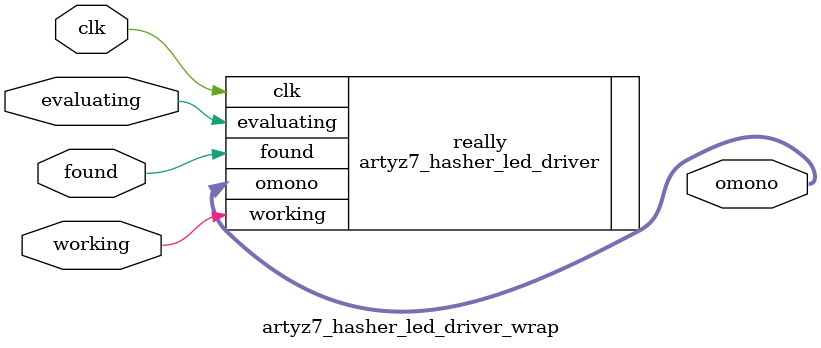
<source format=v>
`timescale 1ns / 1ps


module artyz7_hasher_led_driver_wrap (
    input clk, working, evaluating, found,
    output[3:0] omono
);

artyz7_hasher_led_driver really (
    .clk(clk), .working(working), .evaluating(evaluating), .found(found),
    .omono(omono)
);

endmodule

</source>
